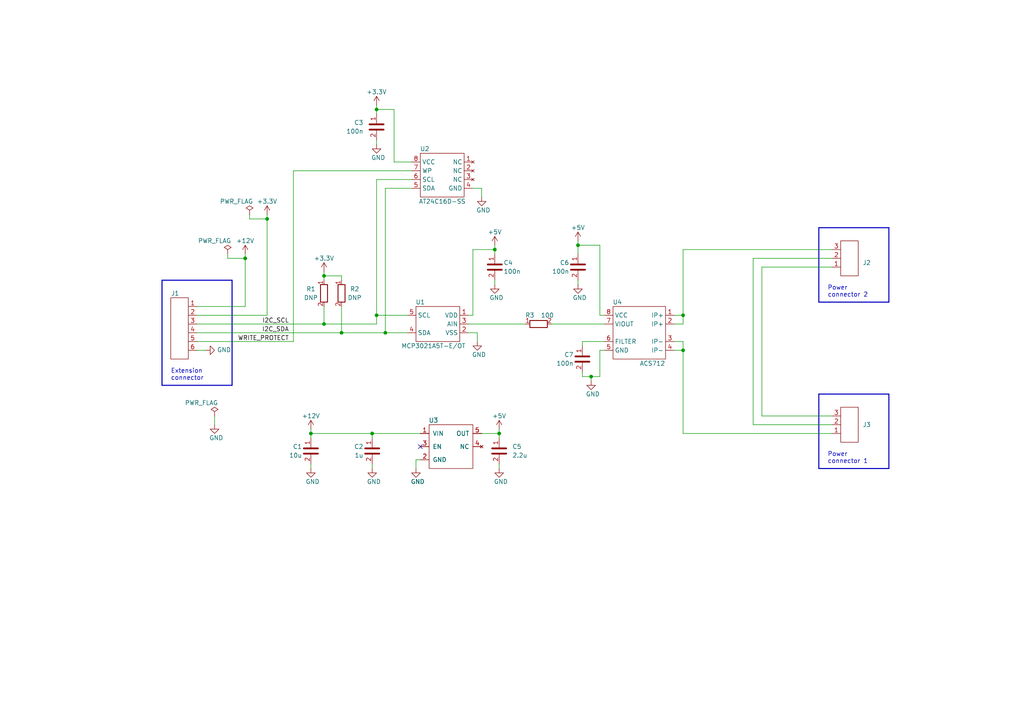
<source format=kicad_sch>
(kicad_sch (version 20230121) (generator eeschema)
  (paper "A4")
  (title_block (title "Current measurement extension board") (date "2024-06-09") (rev "1.0") (company "stf.labs"))
  (lib_symbols
    (symbol "p_ADC_DAC:MCP3021A5T-E/OT"
      (property "Reference" "U" (at -6.35 6.35 0))
      (property "Value" "MCP3021A5T-E/OT" (at 2.54 -6.35 0))
      (symbol "MCP3021A5T-E/OT_0_1"
        (rectangle (start -6.35 5.08) (end 6.35 -5.08))
      )
      (symbol "MCP3021A5T-E/OT_1_1"
        (pin power_in line (at -8.89 2.54 0) (length 2.54) (name "VDD") (number "1"))
        (pin passive line (at -8.89 -2.54 0) (length 2.54) (name "VSS") (number "2"))
        (pin input line (at -8.89 0 0) (length 2.54) (name "AIN") (number "3"))
        (pin bidirectional line (at 8.89 -2.54 180) (length 2.54) (name "SDA") (number "4"))
        (pin input line (at 8.89 2.54 180) (length 2.54) (name "SCL") (number "5"))
      )
    )
    (symbol "p_Memory:AT24C16D-SS"
      (property "Reference" "U" (at -5.08 7.62 0))
      (property "Value" "AT24C16D-SS" (at 2.54 -7.62 0))
      (property "Footprint" "p_Package_SO:SOIC-8_3.9x4.9mm_P1.27mm" (at 1.27 -10.16 0))
      (symbol "AT24C16D-SS_0_1"
        (rectangle (start -6.35 6.35) (end 6.35 -6.35))
      )
      (symbol "AT24C16D-SS_1_1"
        (pin no_connect line (at -8.89 3.81 0) (length 2.54) (name "NC") (number "1"))
        (pin no_connect line (at -8.89 1.27 0) (length 2.54) (name "NC") (number "2"))
        (pin no_connect line (at -8.89 -1.27 0) (length 2.54) (name "NC") (number "3"))
        (pin passive line (at -8.89 -3.81 0) (length 2.54) (name "GND") (number "4"))
        (pin bidirectional line (at 8.89 -3.81 180) (length 2.54) (name "SDA") (number "5"))
        (pin input line (at 8.89 -1.27 180) (length 2.54) (name "SCL") (number "6"))
        (pin input line (at 8.89 1.27 180) (length 2.54) (name "WP") (number "7"))
        (pin power_in line (at 8.89 3.81 180) (length 2.54) (name "VCC") (number "8"))
      )
    )
    (symbol "p_Misc:Conn_HE13_1x3_2.54V" (pin_names (offset 1.016) hide)
      (property "Reference" "J" (at 2.54 6.35 0))
      (property "Value" "Conn_HE13_1x3_2.54V" (at 2.54 -7.62 0))
      (symbol "Conn_HE13_1x3_2.54V_0_1"
        (rectangle (start 0 5.08) (end 5.08 -5.08))
      )
      (symbol "Conn_HE13_1x3_2.54V_1_1"
        (pin passive line (at -2.54 2.54 0) (length 2.54) (name "1") (number "1"))
        (pin passive line (at -2.54 0 0) (length 2.54) (name "2") (number "2"))
        (pin passive line (at -2.54 -2.54 0) (length 2.54) (name "3") (number "3"))
      )
    )
    (symbol "p_Misc:Conn_HE13_1x6_2.54V" (pin_names (offset 1.016) hide)
      (property "Reference" "J" (at 5.08 3.81 0))
      (property "Value" "Conn_HE13_1x6_2.54V" (at 6.35 -17.78 0))
      (symbol "Conn_HE13_1x6_2.54V_0_1"
        (rectangle (start 2.54 2.54) (end 7.62 -15.24))
      )
      (symbol "Conn_HE13_1x6_2.54V_1_1"
        (pin passive line (at 0 0 0) (length 2.54) (name "1") (number "1"))
        (pin passive line (at 0 -2.54 0) (length 2.54) (name "2") (number "2"))
        (pin passive line (at 0 -5.08 0) (length 2.54) (name "3") (number "3"))
        (pin passive line (at 0 -7.62 0) (length 2.54) (name "4") (number "4"))
        (pin passive line (at 0 -10.16 0) (length 2.54) (name "5") (number "5"))
        (pin passive line (at 0 -12.7 0) (length 2.54) (name "6") (number "6"))
      )
    )
    (symbol "p_Passive:C_0603" (pin_names (offset 0) hide)
      (property "Reference" "C" (at 0 0 0))
      (property "Value" "C_0603" (at 0 0 0))
      (symbol "C_0603_1_1"
        (polyline (pts (xy -2.032 -0.762) (xy 2.032 -0.762)) (stroke (width 0.508)))
        (polyline (pts (xy -2.032 0.762) (xy 2.032 0.762)) (stroke (width 0.508)))
        (pin passive line (at 0 3.81 270) (length 2.794) (name "~") (number "1"))
        (pin passive line (at 0 -3.81 90) (length 2.794) (name "~") (number "2"))
      )
    )
    (symbol "p_Passive:C_1206" (pin_names (offset 0) hide)
      (property "Reference" "C" (at 0 0 0))
      (property "Value" "C_1206" (at 0 0 0))
      (symbol "C_1206_1_1"
        (polyline (pts (xy -2.032 -0.762) (xy 2.032 -0.762)) (stroke (width 0.508)))
        (polyline (pts (xy -2.032 0.762) (xy 2.032 0.762)) (stroke (width 0.508)))
        (pin passive line (at 0 3.81 270) (length 2.794) (name "~") (number "1"))
        (pin passive line (at 0 -3.81 90) (length 2.794) (name "~") (number "2"))
      )
    )
    (symbol "p_Passive:R_0603" (pin_names (offset 0) hide)
      (property "Reference" "R" (at 0 0 0))
      (property "Value" "R_0603" (at 0 0 0))
      (symbol "R_0603_1_1"
        (rectangle (start -1.016 -2.54) (end 1.016 2.54) (stroke (width 0.254)))
        (pin passive line (at 0 3.81 270) (length 1.27) (name "~") (number "1"))
        (pin passive line (at 0 -3.81 90) (length 1.27) (name "~") (number "2"))
      )
    )
    (symbol "p_Power_Supply:TPS709xx" (pin_names (offset 1.016))
      (property "Reference" "U" (at -6.35 7.62 0))
      (property "Value" "TPS709xx" (at 2.54 7.62 0))
      (symbol "TPS709xx_0_1"
        (rectangle (start -6.35 6.35) (end 6.35 -6.35))
      )
      (symbol "TPS709xx_1_1"
        (pin power_in line (at -8.89 3.81 0) (length 2.54) (name "VIN") (number "1"))
        (pin passive line (at -8.89 -3.81 0) (length 2.54) (name "GND") (number "2"))
        (pin input line (at -8.89 0 0) (length 2.54) (name "EN") (number "3"))
        (pin no_connect line (at 8.89 0 180) (length 2.54) (name "NC") (number "4"))
        (pin power_out line (at 8.89 3.81 180) (length 2.54) (name "OUT") (number "5"))
      )
    )
    (symbol "p_Sensor:ACS712"
      (property "Reference" "U" (at -7.62 8.89 0))
      (property "Value" "ACS712" (at 3.81 -8.89 0))
      (symbol "ACS712_0_1"
        (rectangle (start -7.62 7.62) (end 7.62 -7.62))
      )
      (symbol "ACS712_1_1"
        (pin passive line (at -10.16 5.08 0) (length 2.54) (name "IP+") (number "1"))
        (pin passive line (at -10.16 2.54 0) (length 2.54) (name "IP+") (number "2"))
        (pin passive line (at -10.16 -2.54 0) (length 2.54) (name "IP-") (number "3"))
        (pin passive line (at -10.16 -5.08 0) (length 2.54) (name "IP-") (number "4"))
        (pin passive line (at 10.16 -5.08 180) (length 2.54) (name "GND") (number "5"))
        (pin passive line (at 10.16 -2.54 180) (length 2.54) (name "FILTER") (number "6"))
        (pin output line (at 10.16 2.54 180) (length 2.54) (name "VIOUT") (number "7"))
        (pin power_in line (at 10.16 5.08 180) (length 2.54) (name "VCC") (number "8"))
      )
    )
    (symbol "power:+12V" (power) (pin_names (offset 0))
      (property "Value" "+12V" (at 0 3.556 0))
      (symbol "+12V_0_1"
        (polyline (pts (xy -0.762 1.27) (xy 0 2.54)))
        (polyline (pts (xy 0 0) (xy 0 2.54)))
        (polyline (pts (xy 0 2.54) (xy 0.762 1.27)))
      )
      (symbol "+12V_1_1"
        (pin power_in line (at 0 0 90) (length 0) hide (name "+12V") (number "1"))
      )
    )
    (symbol "power:+3.3V" (power) (pin_names (offset 0))
      (property "Value" "+3.3V" (at 0 3.556 0))
      (symbol "+3.3V_0_1"
        (polyline (pts (xy -0.762 1.27) (xy 0 2.54)))
        (polyline (pts (xy 0 0) (xy 0 2.54)))
        (polyline (pts (xy 0 2.54) (xy 0.762 1.27)))
      )
      (symbol "+3.3V_1_1"
        (pin power_in line (at 0 0 90) (length 0) hide (name "+3.3V") (number "1"))
      )
    )
    (symbol "power:+5V" (power) (pin_names (offset 0))
      (property "Value" "+5V" (at 0 3.556 0))
      (symbol "+5V_0_1"
        (polyline (pts (xy -0.762 1.27) (xy 0 2.54)))
        (polyline (pts (xy 0 0) (xy 0 2.54)))
        (polyline (pts (xy 0 2.54) (xy 0.762 1.27)))
      )
      (symbol "+5V_1_1"
        (pin power_in line (at 0 0 90) (length 0) hide (name "+5V") (number "1"))
      )
    )
    (symbol "power:GND" (power) (pin_names (offset 0))
      (property "Value" "GND" (at 0 -3.81 0))
      (symbol "GND_0_1"
        (polyline (pts (xy 0 0) (xy 0 -1.27) (xy 1.27 -1.27) (xy 0 -2.54) (xy -1.27 -1.27) (xy 0 -1.27)))
      )
      (symbol "GND_1_1"
        (pin power_in line (at 0 0 270) (length 0) hide (name "GND") (number "1"))
      )
    )
    (symbol "power:PWR_FLAG" (power) (pin_numbers hide) (pin_names (offset 0) hide)
      (property "Value" "PWR_FLAG" (at 0 3.81 0))
      (symbol "PWR_FLAG_0_0"
        (pin power_out line (at 0 0 90) (length 0) (name "pwr") (number "1"))
      )
      (symbol "PWR_FLAG_0_1"
        (polyline (pts (xy 0 0) (xy 0 1.27) (xy -1.016 1.905) (xy 0 2.54) (xy 1.016 1.905) (xy 0 1.27)))
      )
    )
  )
  (junction (at 167.64 71.12))
  (junction (at 93.98 80.01))
  (junction (at 109.22 31.75))
  (junction (at 144.78 125.73))
  (junction (at 93.98 93.98))
  (junction (at 198.12 91.44))
  (junction (at 109.22 91.44))
  (junction (at 143.51 72.39))
  (junction (at 77.47 63.5))
  (junction (at 99.06 96.52))
  (junction (at 90.17 125.73))
  (junction (at 198.12 101.6))
  (junction (at 111.76 96.52))
  (junction (at 171.45 109.22))
  (junction (at 71.12 74.93))
  (junction (at 107.95 125.73))
  (no_connect (at 121.92 129.54))
  (wire (pts (xy 119.38 52.07) (xy 109.22 52.07)))
  (wire (pts (xy 99.06 80.01) (xy 93.98 80.01)))
  (wire (pts (xy 198.12 93.98) (xy 198.12 91.44)))
  (wire (pts (xy 71.12 74.93) (xy 71.12 88.9)))
  (wire (pts (xy 168.91 107.95) (xy 168.91 109.22)))
  (wire (pts (xy 93.98 93.98) (xy 109.22 93.98)))
  (polyline (pts (xy 257.81 114.3) (xy 237.49 114.3)) (stroke (width 0.3048)))
  (wire (pts (xy 109.22 31.75) (xy 109.22 33.02)))
  (wire (pts (xy 171.45 109.22) (xy 173.99 109.22)))
  (wire (pts (xy 168.91 99.06) (xy 168.91 100.33)))
  (wire (pts (xy 167.64 69.85) (xy 167.64 71.12)))
  (wire (pts (xy 99.06 96.52) (xy 111.76 96.52)))
  (wire (pts (xy 167.64 71.12) (xy 173.99 71.12)))
  (wire (pts (xy 109.22 91.44) (xy 109.22 93.98)))
  (wire (pts (xy 107.95 134.62) (xy 107.95 135.89)))
  (wire (pts (xy 139.7 125.73) (xy 144.78 125.73)))
  (wire (pts (xy 57.15 91.44) (xy 77.47 91.44)))
  (wire (pts (xy 114.3 31.75) (xy 114.3 46.99)))
  (wire (pts (xy 175.26 91.44) (xy 173.99 91.44)))
  (wire (pts (xy 111.76 96.52) (xy 118.11 96.52)))
  (wire (pts (xy 93.98 80.01) (xy 93.98 81.28)))
  (wire (pts (xy 168.91 109.22) (xy 171.45 109.22)))
  (wire (pts (xy 85.09 49.53) (xy 85.09 99.06)))
  (wire (pts (xy 173.99 101.6) (xy 175.26 101.6)))
  (wire (pts (xy 160.02 93.98) (xy 175.26 93.98)))
  (polyline (pts (xy 237.49 66.04) (xy 237.49 87.63)) (stroke (width 0.3048)))
  (wire (pts (xy 198.12 72.39) (xy 241.3 72.39)))
  (wire (pts (xy 77.47 63.5) (xy 77.47 91.44)))
  (wire (pts (xy 195.58 99.06) (xy 198.12 99.06)))
  (wire (pts (xy 135.89 91.44) (xy 137.16 91.44)))
  (wire (pts (xy 220.98 120.65) (xy 241.3 120.65)))
  (wire (pts (xy 72.39 63.5) (xy 77.47 63.5)))
  (wire (pts (xy 171.45 109.22) (xy 171.45 110.49)))
  (wire (pts (xy 109.22 52.07) (xy 109.22 91.44)))
  (wire (pts (xy 135.89 96.52) (xy 138.43 96.52)))
  (wire (pts (xy 109.22 30.48) (xy 109.22 31.75)))
  (wire (pts (xy 241.3 123.19) (xy 218.44 123.19)))
  (wire (pts (xy 66.04 74.93) (xy 71.12 74.93)))
  (wire (pts (xy 77.47 62.23) (xy 77.47 63.5)))
  (wire (pts (xy 143.51 72.39) (xy 143.51 73.66)))
  (wire (pts (xy 99.06 81.28) (xy 99.06 80.01)))
  (wire (pts (xy 111.76 54.61) (xy 119.38 54.61)))
  (wire (pts (xy 93.98 88.9) (xy 93.98 93.98)))
  (wire (pts (xy 198.12 72.39) (xy 198.12 91.44)))
  (wire (pts (xy 173.99 71.12) (xy 173.99 91.44)))
  (wire (pts (xy 198.12 101.6) (xy 195.58 101.6)))
  (wire (pts (xy 120.65 133.35) (xy 121.92 133.35)))
  (polyline (pts (xy 67.31 81.28) (xy 46.99 81.28)) (stroke (width 0.3048)))
  (wire (pts (xy 198.12 91.44) (xy 195.58 91.44)))
  (wire (pts (xy 218.44 123.19) (xy 218.44 74.93)))
  (wire (pts (xy 66.04 73.66) (xy 66.04 74.93)))
  (wire (pts (xy 137.16 72.39) (xy 143.51 72.39)))
  (wire (pts (xy 144.78 134.62) (xy 144.78 135.89)))
  (wire (pts (xy 138.43 99.06) (xy 138.43 96.52)))
  (wire (pts (xy 144.78 125.73) (xy 144.78 127)))
  (polyline (pts (xy 237.49 114.3) (xy 237.49 135.89)) (stroke (width 0.3048)))
  (wire (pts (xy 62.23 120.65) (xy 62.23 123.19)))
  (wire (pts (xy 137.16 72.39) (xy 137.16 91.44)))
  (wire (pts (xy 107.95 127) (xy 107.95 125.73)))
  (wire (pts (xy 57.15 101.6) (xy 59.69 101.6)))
  (wire (pts (xy 135.89 93.98) (xy 152.4 93.98)))
  (wire (pts (xy 109.22 31.75) (xy 114.3 31.75)))
  (wire (pts (xy 198.12 99.06) (xy 198.12 101.6)))
  (wire (pts (xy 71.12 73.66) (xy 71.12 74.93)))
  (wire (pts (xy 120.65 135.89) (xy 120.65 133.35)))
  (wire (pts (xy 57.15 99.06) (xy 85.09 99.06)))
  (wire (pts (xy 90.17 125.73) (xy 107.95 125.73)))
  (wire (pts (xy 90.17 125.73) (xy 90.17 127)))
  (wire (pts (xy 167.64 81.28) (xy 167.64 82.55)))
  (wire (pts (xy 220.98 77.47) (xy 220.98 120.65)))
  (wire (pts (xy 198.12 101.6) (xy 198.12 125.73)))
  (wire (pts (xy 241.3 125.73) (xy 198.12 125.73)))
  (polyline (pts (xy 46.99 81.28) (xy 46.99 111.76)) (stroke (width 0.3048)))
  (wire (pts (xy 143.51 71.12) (xy 143.51 72.39)))
  (wire (pts (xy 173.99 109.22) (xy 173.99 101.6)))
  (wire (pts (xy 107.95 125.73) (xy 121.92 125.73)))
  (wire (pts (xy 111.76 96.52) (xy 111.76 54.61)))
  (polyline (pts (xy 67.31 81.28) (xy 67.31 111.76)) (stroke (width 0.3048)))
  (wire (pts (xy 90.17 124.46) (xy 90.17 125.73)))
  (wire (pts (xy 144.78 124.46) (xy 144.78 125.73)))
  (polyline (pts (xy 257.81 66.04) (xy 257.81 87.63)) (stroke (width 0.3048)))
  (polyline (pts (xy 257.81 114.3) (xy 257.81 135.89)) (stroke (width 0.3048)))
  (polyline (pts (xy 46.99 111.76) (xy 67.31 111.76)) (stroke (width 0.3048)))
  (wire (pts (xy 168.91 99.06) (xy 175.26 99.06)))
  (wire (pts (xy 195.58 93.98) (xy 198.12 93.98)))
  (polyline (pts (xy 237.49 87.63) (xy 257.81 87.63)) (stroke (width 0.3048)))
  (wire (pts (xy 93.98 78.74) (xy 93.98 80.01)))
  (wire (pts (xy 57.15 88.9) (xy 71.12 88.9)))
  (wire (pts (xy 57.15 93.98) (xy 93.98 93.98)))
  (wire (pts (xy 241.3 77.47) (xy 220.98 77.47)))
  (wire (pts (xy 85.09 49.53) (xy 119.38 49.53)))
  (wire (pts (xy 114.3 46.99) (xy 119.38 46.99)))
  (polyline (pts (xy 257.81 66.04) (xy 237.49 66.04)) (stroke (width 0.3048)))
  (wire (pts (xy 109.22 91.44) (xy 118.11 91.44)))
  (wire (pts (xy 143.51 81.28) (xy 143.51 82.55)))
  (polyline (pts (xy 237.49 135.89) (xy 257.81 135.89)) (stroke (width 0.3048)))
  (wire (pts (xy 90.17 134.62) (xy 90.17 135.89)))
  (wire (pts (xy 167.64 71.12) (xy 167.64 73.66)))
  (wire (pts (xy 139.7 54.61) (xy 139.7 57.15)))
  (wire (pts (xy 109.22 40.64) (xy 109.22 41.91)))
  (wire (pts (xy 218.44 74.93) (xy 241.3 74.93)))
  (wire (pts (xy 57.15 96.52) (xy 99.06 96.52)))
  (wire (pts (xy 99.06 88.9) (xy 99.06 96.52)))
  (wire (pts (xy 72.39 62.23) (xy 72.39 63.5)))
  (wire (pts (xy 137.16 54.61) (xy 139.7 54.61)))
  (text "Power\nconnector 1" (at 240.03 134.62 0) (effects (font (size 1.27 1.27)) (justify left bottom)))
  (text "Power\nconnector 2" (at 240.03 86.36 0) (effects (font (size 1.27 1.27)) (justify left bottom)))
  (text "Extension\nconnector" (at 49.53 110.49 0) (effects (font (size 1.27 1.27)) (justify left bottom)))
  (label "WRITE_PROTECT" (at 83.82 99.06 180))
  (label "I2C_SDA" (at 83.82 96.52 180))
  (label "I2C_SCL" (at 83.82 93.98 180))
  (symbol (lib_id "p_Misc:Conn_HE13_1x3_2.54V") (at 243.84 123.19 0) (mirror x) (unit 1)
    (property "Reference" "J3" (at 250.19 123.19 0) (effects (justify left)))
    (property "Value" "Conn_HE13_1x3_2.54V" (effects hide))
    (property "Footprint" "p_Package_Misc:PinHeader_1x03_P2.54mm_Vertical" (effects hide))
  )
  (symbol (lib_id "power:PWR_FLAG") (at 62.23 120.65 0) (unit 1)
    (property "Reference" "#FLG01" (effects hide))
    (property "Value" "PWR_FLAG" (at 58.42 116.84 0))
  )
  (symbol (lib_id "p_Passive:R_0603") (at 156.21 93.98 90) (unit 1)
    (property "Reference" "R3" (at 153.67 91.44 90))
    (property "Value" "100" (at 158.75 91.44 90))
    (property "Footprint" "p_Package_Resistor_SMD:R_0603_1608Metric_Pad0.98x0.95mm_HandSolder" (effects hide))
  )
  (symbol (lib_id "p_Passive:C_0603") (at 168.91 104.14 0) (mirror y) (unit 1)
    (property "Reference" "C7" (at 166.37 102.87 0) (effects (justify left)))
    (property "Value" "100n" (at 166.37 105.41 0) (effects (justify left)))
    (property "Footprint" "p_Package_Capacitor_SMD:C_0603_1608Metric_Pad1.08x0.95mm_HandSolder" (effects hide))
  )
  (symbol (lib_id "power:GND") (at 144.78 135.89 0) (unit 1)
    (property "Reference" "#PWR017" (effects hide))
    (property "Value" "GND" (at 147.32 139.7 0) (effects (justify right)))
  )
  (symbol (lib_id "power:GND") (at 139.7 57.15 0) (unit 1)
    (property "Reference" "#PWR013" (effects hide))
    (property "Value" "GND" (at 142.24 60.96 0) (effects (justify right)))
  )
  (symbol (lib_id "p_Power_Supply:TPS709xx") (at 130.81 129.54 0) (unit 1)
    (property "Reference" "U3" (at 125.73 121.92 0))
    (property "Value" "TPS70950DBV" (effects hide))
    (property "Footprint" "p_Package_SOT:SOT-23-5" (effects hide))
  )
  (symbol (lib_id "power:GND") (at 109.22 41.91 0) (unit 1)
    (property "Reference" "#PWR010" (effects hide))
    (property "Value" "GND" (at 111.76 45.72 0) (effects (justify right)))
  )
  (symbol (lib_id "power:+12V") (at 71.12 73.66 0) (unit 1)
    (property "Reference" "#PWR03" (effects hide))
    (property "Value" "+12V" (at 71.12 69.85 0))
  )
  (symbol (lib_id "power:+3.3V") (at 93.98 78.74 0) (unit 1)
    (property "Reference" "#PWR07" (effects hide))
    (property "Value" "+3.3V" (at 93.98 74.93 0))
  )
  (symbol (lib_id "power:GND") (at 167.64 82.55 0) (unit 1)
    (property "Reference" "#PWR019" (effects hide))
    (property "Value" "GND" (at 170.18 86.36 0) (effects (justify right)))
  )
  (symbol (lib_id "power:PWR_FLAG") (at 72.39 62.23 0) (unit 1)
    (property "Reference" "#FLG03" (effects hide))
    (property "Value" "PWR_FLAG" (at 68.58 58.42 0))
  )
  (symbol (lib_id "p_Sensor:ACS712") (at 185.42 96.52 0) (mirror y) (unit 1)
    (property "Reference" "U4" (at 179.07 87.63 0))
    (property "Value" "ACS712" (at 189.23 105.41 0))
    (property "Footprint" "p_Package_SO:SOIC-8_3.9x4.9mm_P1.27mm" (effects hide))
    (property "Datasheet" "${KI_PERSO_COMPLIB}/datasheets/p_Sensor/ACS712-Hall_sensor.pdf" (effects hide))
  )
  (symbol (lib_id "p_Passive:C_0603") (at 144.78 130.81 0) (unit 1)
    (property "Reference" "C5" (at 148.59 129.54 0) (effects (justify left)))
    (property "Value" "2.2u" (at 148.59 132.08 0) (effects (justify left)))
    (property "Footprint" "p_Package_Capacitor_SMD:C_0603_1608Metric_Pad1.08x0.95mm_HandSolder" (effects hide))
  )
  (symbol (lib_id "power:GND") (at 143.51 82.55 0) (unit 1)
    (property "Reference" "#PWR015" (effects hide))
    (property "Value" "GND" (at 146.05 86.36 0) (effects (justify right)))
  )
  (symbol (lib_id "power:GND") (at 138.43 99.06 0) (unit 1)
    (property "Reference" "#PWR012" (effects hide))
    (property "Value" "GND" (at 140.97 102.87 0) (effects (justify right)))
  )
  (symbol (lib_id "power:+5V") (at 143.51 71.12 0) (unit 1)
    (property "Reference" "#PWR014" (effects hide))
    (property "Value" "+5V" (at 143.51 67.31 0))
  )
  (symbol (lib_id "power:GND") (at 62.23 123.19 0) (unit 1)
    (property "Reference" "#PWR02" (effects hide))
    (property "Value" "GND" (at 64.77 127 0) (effects (justify right)))
  )
  (symbol (lib_id "power:+12V") (at 90.17 124.46 0) (unit 1)
    (property "Reference" "#PWR05" (effects hide))
    (property "Value" "+12V" (at 90.17 120.65 0))
  )
  (symbol (lib_id "power:GND") (at 171.45 110.49 0) (unit 1)
    (property "Reference" "#PWR020" (effects hide))
    (property "Value" "GND" (at 173.99 114.3 0) (effects (justify right)))
  )
  (symbol (lib_id "p_Misc:Conn_HE13_1x6_2.54V") (at 57.15 88.9 0) (mirror y) (unit 1)
    (property "Reference" "J1" (at 50.8 85.09 0))
    (property "Value" "Conn_HE13_1x6_2.54V" (effects hide))
    (property "Footprint" "p_Package_Misc:PinHeader_1x06_P2.54mm_Vertical" (effects hide))
  )
  (symbol (lib_id "power:+3.3V") (at 109.22 30.48 0) (unit 1)
    (property "Reference" "#PWR09" (effects hide))
    (property "Value" "+3.3V" (at 109.22 26.67 0))
  )
  (symbol (lib_id "p_ADC_DAC:MCP3021A5T-E/OT") (at 127 93.98 0) (mirror y) (unit 1)
    (property "Reference" "U1" (at 121.92 87.63 0))
    (property "Value" "MCP3021A5T-E/OT" (at 125.73 100.33 0))
    (property "Footprint" "p_Package_SOT:SOT-23-5" (effects hide))
    (property "Datasheet" "${KI_PERSO_COMPLIB}/datasheets/p_ADC_DAC/MCP3021.pdf" (effects hide))
  )
  (symbol (lib_id "p_Passive:R_0603") (at 99.06 85.09 0) (unit 1)
    (property "Reference" "R2" (at 102.87 83.82 0))
    (property "Value" "DNP" (at 102.87 86.36 0))
    (property "Footprint" "p_Package_Resistor_SMD:R_0603_1608Metric_Pad0.98x0.95mm_HandSolder" (effects hide))
  )
  (symbol (lib_id "power:+5V") (at 144.78 124.46 0) (unit 1)
    (property "Reference" "#PWR016" (effects hide))
    (property "Value" "+5V" (at 144.78 120.65 0))
  )
  (symbol (lib_id "p_Passive:C_1206") (at 90.17 130.81 0) (mirror y) (unit 1)
    (property "Reference" "C1" (at 87.63 129.54 0) (effects (justify left)))
    (property "Value" "10u" (at 87.63 132.08 0) (effects (justify left)))
    (property "Footprint" "p_Package_Capacitor_SMD:C_1206_3216Metric_Pad1.33x1.80mm_HandSolder" (effects hide))
  )
  (symbol (lib_id "p_Misc:Conn_HE13_1x3_2.54V") (at 243.84 74.93 0) (mirror x) (unit 1)
    (property "Reference" "J2" (at 250.19 76.2 0) (effects (justify left)))
    (property "Value" "Conn_HE13_1x3_2.54V" (effects hide))
    (property "Footprint" "p_Package_Misc:PinHeader_1x03_P2.54mm_Vertical" (effects hide))
  )
  (symbol (lib_id "p_Memory:AT24C16D-SS") (at 128.27 50.8 0) (mirror y) (unit 1)
    (property "Reference" "U2" (at 123.19 43.18 0))
    (property "Value" "AT24C16D-SS" (at 128.27 58.42 0))
    (property "Footprint" "p_Package_SO:SOIC-8_3.9x4.9mm_P1.27mm" (effects hide))
  )
  (symbol (lib_id "power:GND") (at 59.69 101.6 90) (unit 1)
    (property "Reference" "#PWR01" (effects hide))
    (property "Value" "GND" (at 62.9412 101.473 90) (effects (justify right)))
  )
  (symbol (lib_id "p_Passive:R_0603") (at 93.98 85.09 0) (mirror y) (unit 1)
    (property "Reference" "R1" (at 90.17 83.82 0))
    (property "Value" "DNP" (at 90.17 86.36 0))
    (property "Footprint" "p_Package_Resistor_SMD:R_0603_1608Metric_Pad0.98x0.95mm_HandSolder" (effects hide))
  )
  (symbol (lib_id "power:+5V") (at 167.64 69.85 0) (unit 1)
    (property "Reference" "#PWR018" (effects hide))
    (property "Value" "+5V" (at 167.64 66.04 0))
  )
  (symbol (lib_id "power:PWR_FLAG") (at 66.04 73.66 0) (unit 1)
    (property "Reference" "#FLG02" (effects hide))
    (property "Value" "PWR_FLAG" (at 62.23 69.85 0))
  )
  (symbol (lib_id "p_Passive:C_0603") (at 107.95 130.81 0) (mirror y) (unit 1)
    (property "Reference" "C2" (at 105.41 129.54 0) (effects (justify left)))
    (property "Value" "1u" (at 105.41 132.08 0) (effects (justify left)))
    (property "Footprint" "p_Package_Capacitor_SMD:C_0603_1608Metric_Pad1.08x0.95mm_HandSolder" (effects hide))
  )
  (symbol (lib_id "power:GND") (at 90.17 135.89 0) (unit 1)
    (property "Reference" "#PWR06" (effects hide))
    (property "Value" "GND" (at 92.71 139.7 0) (effects (justify right)))
  )
  (symbol (lib_id "p_Passive:C_0603") (at 143.51 77.47 0) (unit 1)
    (property "Reference" "C4" (at 146.05 76.2 0) (effects (justify left)))
    (property "Value" "100n" (at 146.05 78.74 0) (effects (justify left)))
    (property "Footprint" "p_Package_Capacitor_SMD:C_0603_1608Metric_Pad1.08x0.95mm_HandSolder" (effects hide))
  )
  (symbol (lib_id "power:+3.3V") (at 77.47 62.23 0) (unit 1)
    (property "Reference" "#PWR04" (effects hide))
    (property "Value" "+3.3V" (at 77.47 58.42 0))
  )
  (symbol (lib_id "p_Passive:C_0603") (at 167.64 77.47 0) (mirror y) (unit 1)
    (property "Reference" "C6" (at 165.1 76.2 0) (effects (justify left)))
    (property "Value" "100n" (at 165.1 78.74 0) (effects (justify left)))
    (property "Footprint" "p_Package_Capacitor_SMD:C_0603_1608Metric_Pad1.08x0.95mm_HandSolder" (effects hide))
  )
  (symbol (lib_id "p_Passive:C_0603") (at 109.22 36.83 0) (mirror y) (unit 1)
    (property "Reference" "C3" (at 105.41 35.56 0) (effects (justify left)))
    (property "Value" "100n" (at 105.41 38.1 0) (effects (justify left)))
    (property "Footprint" "p_Package_Capacitor_SMD:C_0603_1608Metric_Pad1.08x0.95mm_HandSolder" (effects hide))
  )
  (symbol (lib_id "power:GND") (at 120.65 135.89 0) (unit 1)
    (property "Reference" "#PWR011" (effects hide))
    (property "Value" "GND" (at 123.19 139.7 0) (effects (justify right)))
  )
  (symbol (lib_id "power:GND") (at 107.95 135.89 0) (unit 1)
    (property "Reference" "#PWR08" (effects hide))
    (property "Value" "GND" (at 110.49 139.7 0) (effects (justify right)))
  )
)
</source>
